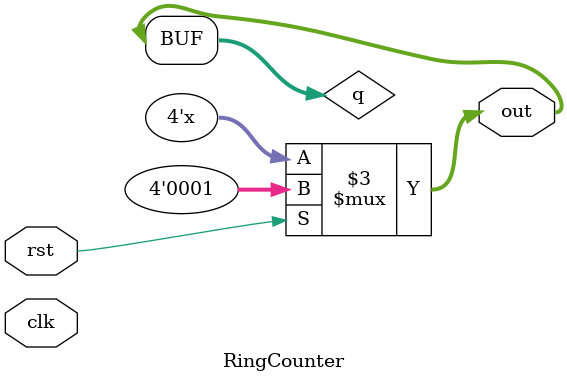
<source format=v>
module RingCounter(out,rst,clk);
input clk,rst;
output [3:0]out;
reg [3:0]q;
always@(*)
if(rst)
begin 
 	q <= 4'b0001;
end
else
begin
	q <= {q[2:0],q[3]};
end
assign out[0]=q[0];
assign out[1]=q[1];
assign out[2]=q[2];
assign out[3]=q[3];  
endmodule
</source>
